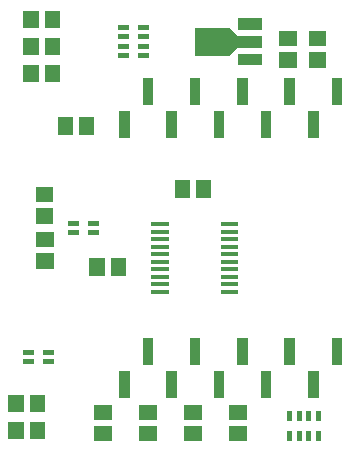
<source format=gbr>
G04 start of page 10 for group -4015 idx -4015 *
G04 Title: (unknown), toppaste *
G04 Creator: pcb 20140316 *
G04 CreationDate: Mon 29 Jan 2018 01:28:48 AM GMT UTC *
G04 For: railfan *
G04 Format: Gerber/RS-274X *
G04 PCB-Dimensions (mil): 2000.00 1500.00 *
G04 PCB-Coordinate-Origin: lower left *
%MOIN*%
%FSLAX25Y25*%
%LNTOPPASTE*%
%ADD66R,0.0350X0.0350*%
%ADD65R,0.0130X0.0130*%
%ADD64R,0.0167X0.0167*%
%ADD63C,0.0001*%
%ADD62R,0.0945X0.0945*%
%ADD61R,0.0378X0.0378*%
%ADD60R,0.0512X0.0512*%
G54D60*X155521Y138086D02*X156307D01*
X155521Y131000D02*X156307D01*
X145607Y138043D02*X146393D01*
X145607Y130957D02*X146393D01*
X71957Y109393D02*Y108607D01*
X79043Y109393D02*Y108607D01*
G54D61*X131311Y131094D02*X135405D01*
X123595Y137000D02*X135405D01*
G54D62*X119971D02*X121861D01*
G54D63*G36*
X125166Y133695D02*X128006Y136535D01*
X129426Y135115D01*
X126586Y132275D01*
X125166Y133695D01*
G37*
G36*
X126586Y141725D02*X129426Y138885D01*
X128006Y137465D01*
X125166Y140305D01*
X126586Y141725D01*
G37*
G54D61*X131311Y142906D02*X135405D01*
G54D64*X90369Y141799D02*X92239D01*
X90369Y138650D02*X92239D01*
X90369Y135500D02*X92239D01*
X90369Y132351D02*X92239D01*
X97065D02*X98935D01*
X97065Y135500D02*X98935D01*
X97065Y138650D02*X98935D01*
X97065Y141799D02*X98935D01*
G54D60*X60457Y135893D02*Y135107D01*
X67543Y135893D02*Y135107D01*
X60457Y126893D02*Y126107D01*
X67543Y126893D02*Y126107D01*
X60457Y144893D02*Y144107D01*
X67543Y144893D02*Y144107D01*
X64521Y79000D02*X65307D01*
X64521Y86086D02*X65307D01*
X64607Y71043D02*X65393D01*
X64607Y63957D02*X65393D01*
G54D64*X73717Y76575D02*X75587D01*
X73717Y73425D02*X75587D01*
X80413D02*X82283D01*
X80413Y76575D02*X82283D01*
G54D60*X110957Y88393D02*Y87607D01*
X118043Y88393D02*Y87607D01*
G54D65*X124311Y53750D02*X128917D01*
X124311Y56250D02*X128917D01*
X124311Y58750D02*X128917D01*
X124311Y61250D02*X128917D01*
X124311Y63750D02*X128917D01*
X124311Y66250D02*X128917D01*
X124311Y68750D02*X128917D01*
X124311Y71250D02*X128917D01*
X124311Y73750D02*X128917D01*
X124311Y76250D02*X128917D01*
X101083D02*X105689D01*
X101083Y73750D02*X105689D01*
X101083Y71250D02*X105689D01*
X101083Y68750D02*X105689D01*
X101083Y66250D02*X105689D01*
X101083Y63750D02*X105689D01*
X101083Y61250D02*X105689D01*
X101083Y58750D02*X105689D01*
X101083Y56250D02*X105689D01*
X101083Y53750D02*X105689D01*
G54D66*X162433Y123055D02*Y117543D01*
X146685Y123055D02*Y117543D01*
X130937Y123055D02*Y117543D01*
X115189Y123055D02*Y117543D01*
X99441Y123055D02*Y117543D01*
X91567Y112071D02*Y106559D01*
X107315Y112071D02*Y106559D01*
X123063Y112071D02*Y106559D01*
X138811Y112071D02*Y106559D01*
X154559Y112071D02*Y106559D01*
X162433Y36441D02*Y30929D01*
X146685Y36441D02*Y30929D01*
X130937Y36441D02*Y30929D01*
X115189Y36441D02*Y30929D01*
X99441Y36441D02*Y30929D01*
X91567Y25457D02*Y19945D01*
X107315Y25457D02*Y19945D01*
X123063Y25457D02*Y19945D01*
X138811Y25457D02*Y19945D01*
X154559Y25457D02*Y19945D01*
G54D60*X82457Y62393D02*Y61607D01*
X89543Y62393D02*Y61607D01*
G54D64*X146776Y6587D02*Y4717D01*
X149925Y6587D02*Y4717D01*
X153075Y6587D02*Y4717D01*
X156224Y6587D02*Y4717D01*
Y13283D02*Y11413D01*
X153075Y13283D02*Y11413D01*
X149925Y13283D02*Y11413D01*
X146776Y13283D02*Y11413D01*
G54D60*X129107Y13543D02*X129893D01*
X129107Y6457D02*X129893D01*
G54D64*X65413Y30425D02*X67283D01*
X65413Y33575D02*X67283D01*
X58717D02*X60587D01*
X58717Y30425D02*X60587D01*
G54D60*X55457Y7893D02*Y7107D01*
X62543Y7893D02*Y7107D01*
X55500Y16893D02*Y16107D01*
X62586Y16893D02*Y16107D01*
X114107Y13543D02*X114893D01*
X114107Y6457D02*X114893D01*
X99107Y13543D02*X99893D01*
X99107Y6457D02*X99893D01*
X84107Y13543D02*X84893D01*
X84107Y6457D02*X84893D01*
M02*

</source>
